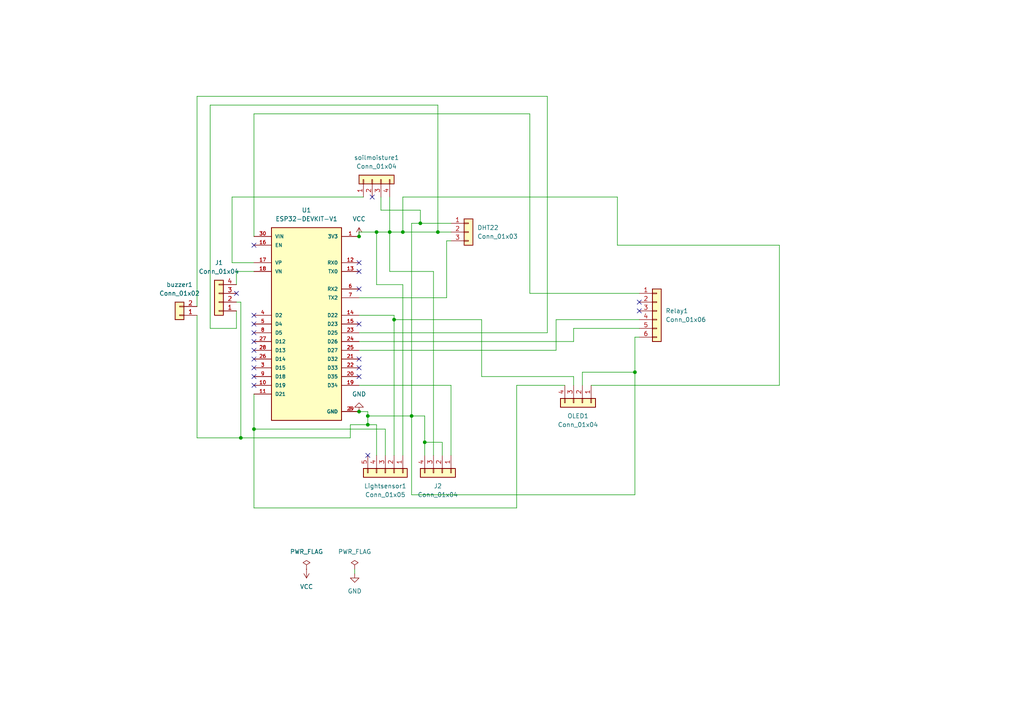
<source format=kicad_sch>
(kicad_sch
	(version 20250114)
	(generator "eeschema")
	(generator_version "9.0")
	(uuid "8765ab2f-58c9-40fa-8b65-fd0430819d06")
	(paper "A4")
	(lib_symbols
		(symbol "Conn_01x02_1"
			(pin_names
				(offset 1.016)
				(hide yes)
			)
			(exclude_from_sim no)
			(in_bom yes)
			(on_board yes)
			(property "Reference" "J"
				(at 0 2.54 0)
				(effects
					(font
						(size 1.27 1.27)
					)
				)
			)
			(property "Value" "Conn_01x02"
				(at 0 -5.08 0)
				(effects
					(font
						(size 1.27 1.27)
					)
				)
			)
			(property "Footprint" ""
				(at 0 0 0)
				(effects
					(font
						(size 1.27 1.27)
					)
					(hide yes)
				)
			)
			(property "Datasheet" "~"
				(at 0 0 0)
				(effects
					(font
						(size 1.27 1.27)
					)
					(hide yes)
				)
			)
			(property "Description" "Generic connector, single row, 01x02, script generated (kicad-library-utils/schlib/autogen/connector/)"
				(at 0 0 0)
				(effects
					(font
						(size 1.27 1.27)
					)
					(hide yes)
				)
			)
			(property "ki_keywords" "connector"
				(at 0 0 0)
				(effects
					(font
						(size 1.27 1.27)
					)
					(hide yes)
				)
			)
			(property "ki_fp_filters" "Connector*:*_1x??_*"
				(at 0 0 0)
				(effects
					(font
						(size 1.27 1.27)
					)
					(hide yes)
				)
			)
			(symbol "Conn_01x02_1_1_1"
				(rectangle
					(start -1.27 1.27)
					(end 1.27 -3.81)
					(stroke
						(width 0.254)
						(type default)
					)
					(fill
						(type background)
					)
				)
				(rectangle
					(start -1.27 0.127)
					(end 0 -0.127)
					(stroke
						(width 0.1524)
						(type default)
					)
					(fill
						(type none)
					)
				)
				(rectangle
					(start -1.27 -2.413)
					(end 0 -2.667)
					(stroke
						(width 0.1524)
						(type default)
					)
					(fill
						(type none)
					)
				)
				(pin passive line
					(at -5.08 0 0)
					(length 3.81)
					(name "Pin_1"
						(effects
							(font
								(size 1.27 1.27)
							)
						)
					)
					(number "1"
						(effects
							(font
								(size 1.27 1.27)
							)
						)
					)
				)
				(pin passive line
					(at -5.08 -2.54 0)
					(length 3.81)
					(name "Pin_2"
						(effects
							(font
								(size 1.27 1.27)
							)
						)
					)
					(number "2"
						(effects
							(font
								(size 1.27 1.27)
							)
						)
					)
				)
			)
			(embedded_fonts no)
		)
		(symbol "Conn_01x03_2"
			(pin_names
				(offset 1.016)
				(hide yes)
			)
			(exclude_from_sim no)
			(in_bom yes)
			(on_board yes)
			(property "Reference" "J"
				(at 0 5.08 0)
				(effects
					(font
						(size 1.27 1.27)
					)
				)
			)
			(property "Value" "Conn_01x03"
				(at 0 -5.08 0)
				(effects
					(font
						(size 1.27 1.27)
					)
				)
			)
			(property "Footprint" ""
				(at 0 0 0)
				(effects
					(font
						(size 1.27 1.27)
					)
					(hide yes)
				)
			)
			(property "Datasheet" "~"
				(at 0 0 0)
				(effects
					(font
						(size 1.27 1.27)
					)
					(hide yes)
				)
			)
			(property "Description" "Generic connector, single row, 01x03, script generated (kicad-library-utils/schlib/autogen/connector/)"
				(at 0 0 0)
				(effects
					(font
						(size 1.27 1.27)
					)
					(hide yes)
				)
			)
			(property "ki_keywords" "connector"
				(at 0 0 0)
				(effects
					(font
						(size 1.27 1.27)
					)
					(hide yes)
				)
			)
			(property "ki_fp_filters" "Connector*:*_1x??_*"
				(at 0 0 0)
				(effects
					(font
						(size 1.27 1.27)
					)
					(hide yes)
				)
			)
			(symbol "Conn_01x03_2_1_1"
				(rectangle
					(start -1.27 3.81)
					(end 1.27 -3.81)
					(stroke
						(width 0.254)
						(type default)
					)
					(fill
						(type background)
					)
				)
				(rectangle
					(start -1.27 2.667)
					(end 0 2.413)
					(stroke
						(width 0.1524)
						(type default)
					)
					(fill
						(type none)
					)
				)
				(rectangle
					(start -1.27 0.127)
					(end 0 -0.127)
					(stroke
						(width 0.1524)
						(type default)
					)
					(fill
						(type none)
					)
				)
				(rectangle
					(start -1.27 -2.413)
					(end 0 -2.667)
					(stroke
						(width 0.1524)
						(type default)
					)
					(fill
						(type none)
					)
				)
				(pin passive line
					(at -5.08 2.54 0)
					(length 3.81)
					(name "Pin_1"
						(effects
							(font
								(size 1.27 1.27)
							)
						)
					)
					(number "1"
						(effects
							(font
								(size 1.27 1.27)
							)
						)
					)
				)
				(pin passive line
					(at -5.08 0 0)
					(length 3.81)
					(name "Pin_2"
						(effects
							(font
								(size 1.27 1.27)
							)
						)
					)
					(number "2"
						(effects
							(font
								(size 1.27 1.27)
							)
						)
					)
				)
				(pin passive line
					(at -5.08 -2.54 0)
					(length 3.81)
					(name "Pin_3"
						(effects
							(font
								(size 1.27 1.27)
							)
						)
					)
					(number "3"
						(effects
							(font
								(size 1.27 1.27)
							)
						)
					)
				)
			)
			(embedded_fonts no)
		)
		(symbol "Conn_01x04_2"
			(pin_names
				(offset 1.016)
				(hide yes)
			)
			(exclude_from_sim no)
			(in_bom yes)
			(on_board yes)
			(property "Reference" "J"
				(at 0 5.08 0)
				(effects
					(font
						(size 1.27 1.27)
					)
				)
			)
			(property "Value" "Conn_01x04"
				(at 0 -7.62 0)
				(effects
					(font
						(size 1.27 1.27)
					)
				)
			)
			(property "Footprint" ""
				(at 0 0 0)
				(effects
					(font
						(size 1.27 1.27)
					)
					(hide yes)
				)
			)
			(property "Datasheet" "~"
				(at 0 0 0)
				(effects
					(font
						(size 1.27 1.27)
					)
					(hide yes)
				)
			)
			(property "Description" "Generic connector, single row, 01x04, script generated (kicad-library-utils/schlib/autogen/connector/)"
				(at 0 0 0)
				(effects
					(font
						(size 1.27 1.27)
					)
					(hide yes)
				)
			)
			(property "ki_keywords" "connector"
				(at 0 0 0)
				(effects
					(font
						(size 1.27 1.27)
					)
					(hide yes)
				)
			)
			(property "ki_fp_filters" "Connector*:*_1x??_*"
				(at 0 0 0)
				(effects
					(font
						(size 1.27 1.27)
					)
					(hide yes)
				)
			)
			(symbol "Conn_01x04_2_1_1"
				(rectangle
					(start -1.27 3.81)
					(end 1.27 -6.35)
					(stroke
						(width 0.254)
						(type default)
					)
					(fill
						(type background)
					)
				)
				(rectangle
					(start -1.27 2.667)
					(end 0 2.413)
					(stroke
						(width 0.1524)
						(type default)
					)
					(fill
						(type none)
					)
				)
				(rectangle
					(start -1.27 0.127)
					(end 0 -0.127)
					(stroke
						(width 0.1524)
						(type default)
					)
					(fill
						(type none)
					)
				)
				(rectangle
					(start -1.27 -2.413)
					(end 0 -2.667)
					(stroke
						(width 0.1524)
						(type default)
					)
					(fill
						(type none)
					)
				)
				(rectangle
					(start -1.27 -4.953)
					(end 0 -5.207)
					(stroke
						(width 0.1524)
						(type default)
					)
					(fill
						(type none)
					)
				)
				(pin passive line
					(at -5.08 2.54 0)
					(length 3.81)
					(name "Pin_1"
						(effects
							(font
								(size 1.27 1.27)
							)
						)
					)
					(number "1"
						(effects
							(font
								(size 1.27 1.27)
							)
						)
					)
				)
				(pin passive line
					(at -5.08 0 0)
					(length 3.81)
					(name "Pin_2"
						(effects
							(font
								(size 1.27 1.27)
							)
						)
					)
					(number "2"
						(effects
							(font
								(size 1.27 1.27)
							)
						)
					)
				)
				(pin passive line
					(at -5.08 -2.54 0)
					(length 3.81)
					(name "Pin_3"
						(effects
							(font
								(size 1.27 1.27)
							)
						)
					)
					(number "3"
						(effects
							(font
								(size 1.27 1.27)
							)
						)
					)
				)
				(pin passive line
					(at -5.08 -5.08 0)
					(length 3.81)
					(name "Pin_4"
						(effects
							(font
								(size 1.27 1.27)
							)
						)
					)
					(number "4"
						(effects
							(font
								(size 1.27 1.27)
							)
						)
					)
				)
			)
			(embedded_fonts no)
		)
		(symbol "Conn_01x05_1"
			(pin_names
				(offset 1.016)
				(hide yes)
			)
			(exclude_from_sim no)
			(in_bom yes)
			(on_board yes)
			(property "Reference" "J"
				(at 0 7.62 0)
				(effects
					(font
						(size 1.27 1.27)
					)
				)
			)
			(property "Value" "Conn_01x05"
				(at 0 -7.62 0)
				(effects
					(font
						(size 1.27 1.27)
					)
				)
			)
			(property "Footprint" ""
				(at 0 0 0)
				(effects
					(font
						(size 1.27 1.27)
					)
					(hide yes)
				)
			)
			(property "Datasheet" "~"
				(at 0 0 0)
				(effects
					(font
						(size 1.27 1.27)
					)
					(hide yes)
				)
			)
			(property "Description" "Generic connector, single row, 01x05, script generated (kicad-library-utils/schlib/autogen/connector/)"
				(at 0 0 0)
				(effects
					(font
						(size 1.27 1.27)
					)
					(hide yes)
				)
			)
			(property "ki_keywords" "connector"
				(at 0 0 0)
				(effects
					(font
						(size 1.27 1.27)
					)
					(hide yes)
				)
			)
			(property "ki_fp_filters" "Connector*:*_1x??_*"
				(at 0 0 0)
				(effects
					(font
						(size 1.27 1.27)
					)
					(hide yes)
				)
			)
			(symbol "Conn_01x05_1_1_1"
				(rectangle
					(start -1.27 6.35)
					(end 1.27 -6.35)
					(stroke
						(width 0.254)
						(type default)
					)
					(fill
						(type background)
					)
				)
				(rectangle
					(start -1.27 5.207)
					(end 0 4.953)
					(stroke
						(width 0.1524)
						(type default)
					)
					(fill
						(type none)
					)
				)
				(rectangle
					(start -1.27 2.667)
					(end 0 2.413)
					(stroke
						(width 0.1524)
						(type default)
					)
					(fill
						(type none)
					)
				)
				(rectangle
					(start -1.27 0.127)
					(end 0 -0.127)
					(stroke
						(width 0.1524)
						(type default)
					)
					(fill
						(type none)
					)
				)
				(rectangle
					(start -1.27 -2.413)
					(end 0 -2.667)
					(stroke
						(width 0.1524)
						(type default)
					)
					(fill
						(type none)
					)
				)
				(rectangle
					(start -1.27 -4.953)
					(end 0 -5.207)
					(stroke
						(width 0.1524)
						(type default)
					)
					(fill
						(type none)
					)
				)
				(pin passive line
					(at -5.08 5.08 0)
					(length 3.81)
					(name "Pin_1"
						(effects
							(font
								(size 1.27 1.27)
							)
						)
					)
					(number "1"
						(effects
							(font
								(size 1.27 1.27)
							)
						)
					)
				)
				(pin passive line
					(at -5.08 2.54 0)
					(length 3.81)
					(name "Pin_2"
						(effects
							(font
								(size 1.27 1.27)
							)
						)
					)
					(number "2"
						(effects
							(font
								(size 1.27 1.27)
							)
						)
					)
				)
				(pin passive line
					(at -5.08 0 0)
					(length 3.81)
					(name "Pin_3"
						(effects
							(font
								(size 1.27 1.27)
							)
						)
					)
					(number "3"
						(effects
							(font
								(size 1.27 1.27)
							)
						)
					)
				)
				(pin passive line
					(at -5.08 -2.54 0)
					(length 3.81)
					(name "Pin_4"
						(effects
							(font
								(size 1.27 1.27)
							)
						)
					)
					(number "4"
						(effects
							(font
								(size 1.27 1.27)
							)
						)
					)
				)
				(pin passive line
					(at -5.08 -5.08 0)
					(length 3.81)
					(name "Pin_5"
						(effects
							(font
								(size 1.27 1.27)
							)
						)
					)
					(number "5"
						(effects
							(font
								(size 1.27 1.27)
							)
						)
					)
				)
			)
			(embedded_fonts no)
		)
		(symbol "Conn_01x06_1"
			(pin_names
				(offset 1.016)
				(hide yes)
			)
			(exclude_from_sim no)
			(in_bom yes)
			(on_board yes)
			(property "Reference" "J"
				(at 0 7.62 0)
				(effects
					(font
						(size 1.27 1.27)
					)
				)
			)
			(property "Value" "Conn_01x06"
				(at 0 -10.16 0)
				(effects
					(font
						(size 1.27 1.27)
					)
				)
			)
			(property "Footprint" ""
				(at 0 0 0)
				(effects
					(font
						(size 1.27 1.27)
					)
					(hide yes)
				)
			)
			(property "Datasheet" "~"
				(at 0 0 0)
				(effects
					(font
						(size 1.27 1.27)
					)
					(hide yes)
				)
			)
			(property "Description" "Generic connector, single row, 01x06, script generated (kicad-library-utils/schlib/autogen/connector/)"
				(at 0 0 0)
				(effects
					(font
						(size 1.27 1.27)
					)
					(hide yes)
				)
			)
			(property "ki_keywords" "connector"
				(at 0 0 0)
				(effects
					(font
						(size 1.27 1.27)
					)
					(hide yes)
				)
			)
			(property "ki_fp_filters" "Connector*:*_1x??_*"
				(at 0 0 0)
				(effects
					(font
						(size 1.27 1.27)
					)
					(hide yes)
				)
			)
			(symbol "Conn_01x06_1_1_1"
				(rectangle
					(start -1.27 6.35)
					(end 1.27 -8.89)
					(stroke
						(width 0.254)
						(type default)
					)
					(fill
						(type background)
					)
				)
				(rectangle
					(start -1.27 5.207)
					(end 0 4.953)
					(stroke
						(width 0.1524)
						(type default)
					)
					(fill
						(type none)
					)
				)
				(rectangle
					(start -1.27 2.667)
					(end 0 2.413)
					(stroke
						(width 0.1524)
						(type default)
					)
					(fill
						(type none)
					)
				)
				(rectangle
					(start -1.27 0.127)
					(end 0 -0.127)
					(stroke
						(width 0.1524)
						(type default)
					)
					(fill
						(type none)
					)
				)
				(rectangle
					(start -1.27 -2.413)
					(end 0 -2.667)
					(stroke
						(width 0.1524)
						(type default)
					)
					(fill
						(type none)
					)
				)
				(rectangle
					(start -1.27 -4.953)
					(end 0 -5.207)
					(stroke
						(width 0.1524)
						(type default)
					)
					(fill
						(type none)
					)
				)
				(rectangle
					(start -1.27 -7.493)
					(end 0 -7.747)
					(stroke
						(width 0.1524)
						(type default)
					)
					(fill
						(type none)
					)
				)
				(pin passive line
					(at -5.08 5.08 0)
					(length 3.81)
					(name "Pin_1"
						(effects
							(font
								(size 1.27 1.27)
							)
						)
					)
					(number "1"
						(effects
							(font
								(size 1.27 1.27)
							)
						)
					)
				)
				(pin passive line
					(at -5.08 2.54 0)
					(length 3.81)
					(name "Pin_2"
						(effects
							(font
								(size 1.27 1.27)
							)
						)
					)
					(number "2"
						(effects
							(font
								(size 1.27 1.27)
							)
						)
					)
				)
				(pin passive line
					(at -5.08 0 0)
					(length 3.81)
					(name "Pin_3"
						(effects
							(font
								(size 1.27 1.27)
							)
						)
					)
					(number "3"
						(effects
							(font
								(size 1.27 1.27)
							)
						)
					)
				)
				(pin passive line
					(at -5.08 -2.54 0)
					(length 3.81)
					(name "Pin_4"
						(effects
							(font
								(size 1.27 1.27)
							)
						)
					)
					(number "4"
						(effects
							(font
								(size 1.27 1.27)
							)
						)
					)
				)
				(pin passive line
					(at -5.08 -5.08 0)
					(length 3.81)
					(name "Pin_5"
						(effects
							(font
								(size 1.27 1.27)
							)
						)
					)
					(number "5"
						(effects
							(font
								(size 1.27 1.27)
							)
						)
					)
				)
				(pin passive line
					(at -5.08 -7.62 0)
					(length 3.81)
					(name "Pin_6"
						(effects
							(font
								(size 1.27 1.27)
							)
						)
					)
					(number "6"
						(effects
							(font
								(size 1.27 1.27)
							)
						)
					)
				)
			)
			(embedded_fonts no)
		)
		(symbol "Connector_Generic:Conn_01x04"
			(pin_names
				(offset 1.016)
				(hide yes)
			)
			(exclude_from_sim no)
			(in_bom yes)
			(on_board yes)
			(property "Reference" "J"
				(at 0 5.08 0)
				(effects
					(font
						(size 1.27 1.27)
					)
				)
			)
			(property "Value" "Conn_01x04"
				(at 0 -7.62 0)
				(effects
					(font
						(size 1.27 1.27)
					)
				)
			)
			(property "Footprint" ""
				(at 0 0 0)
				(effects
					(font
						(size 1.27 1.27)
					)
					(hide yes)
				)
			)
			(property "Datasheet" "~"
				(at 0 0 0)
				(effects
					(font
						(size 1.27 1.27)
					)
					(hide yes)
				)
			)
			(property "Description" "Generic connector, single row, 01x04, script generated (kicad-library-utils/schlib/autogen/connector/)"
				(at 0 0 0)
				(effects
					(font
						(size 1.27 1.27)
					)
					(hide yes)
				)
			)
			(property "ki_keywords" "connector"
				(at 0 0 0)
				(effects
					(font
						(size 1.27 1.27)
					)
					(hide yes)
				)
			)
			(property "ki_fp_filters" "Connector*:*_1x??_*"
				(at 0 0 0)
				(effects
					(font
						(size 1.27 1.27)
					)
					(hide yes)
				)
			)
			(symbol "Conn_01x04_1_1"
				(rectangle
					(start -1.27 3.81)
					(end 1.27 -6.35)
					(stroke
						(width 0.254)
						(type default)
					)
					(fill
						(type background)
					)
				)
				(rectangle
					(start -1.27 2.667)
					(end 0 2.413)
					(stroke
						(width 0.1524)
						(type default)
					)
					(fill
						(type none)
					)
				)
				(rectangle
					(start -1.27 0.127)
					(end 0 -0.127)
					(stroke
						(width 0.1524)
						(type default)
					)
					(fill
						(type none)
					)
				)
				(rectangle
					(start -1.27 -2.413)
					(end 0 -2.667)
					(stroke
						(width 0.1524)
						(type default)
					)
					(fill
						(type none)
					)
				)
				(rectangle
					(start -1.27 -4.953)
					(end 0 -5.207)
					(stroke
						(width 0.1524)
						(type default)
					)
					(fill
						(type none)
					)
				)
				(pin passive line
					(at -5.08 2.54 0)
					(length 3.81)
					(name "Pin_1"
						(effects
							(font
								(size 1.27 1.27)
							)
						)
					)
					(number "1"
						(effects
							(font
								(size 1.27 1.27)
							)
						)
					)
				)
				(pin passive line
					(at -5.08 0 0)
					(length 3.81)
					(name "Pin_2"
						(effects
							(font
								(size 1.27 1.27)
							)
						)
					)
					(number "2"
						(effects
							(font
								(size 1.27 1.27)
							)
						)
					)
				)
				(pin passive line
					(at -5.08 -2.54 0)
					(length 3.81)
					(name "Pin_3"
						(effects
							(font
								(size 1.27 1.27)
							)
						)
					)
					(number "3"
						(effects
							(font
								(size 1.27 1.27)
							)
						)
					)
				)
				(pin passive line
					(at -5.08 -5.08 0)
					(length 3.81)
					(name "Pin_4"
						(effects
							(font
								(size 1.27 1.27)
							)
						)
					)
					(number "4"
						(effects
							(font
								(size 1.27 1.27)
							)
						)
					)
				)
			)
			(embedded_fonts no)
		)
		(symbol "ESP32-DEVKIT-V1:ESP32-DEVKIT-V1"
			(pin_names
				(offset 1.016)
			)
			(exclude_from_sim no)
			(in_bom yes)
			(on_board yes)
			(property "Reference" "U1"
				(at 0 33.02 0)
				(effects
					(font
						(size 1.27 1.27)
					)
				)
			)
			(property "Value" "ESP32-DEVKIT-V1"
				(at 0 30.48 0)
				(effects
					(font
						(size 1.27 1.27)
					)
				)
			)
			(property "Footprint" "ESP32-DEVKIT-V1:MODULE_ESP32_DEVKIT_V1"
				(at 0 0 0)
				(effects
					(font
						(size 1.27 1.27)
					)
					(justify bottom)
					(hide yes)
				)
			)
			(property "Datasheet" ""
				(at 0 0 0)
				(effects
					(font
						(size 1.27 1.27)
					)
					(hide yes)
				)
			)
			(property "Description" ""
				(at 0 0 0)
				(effects
					(font
						(size 1.27 1.27)
					)
					(hide yes)
				)
			)
			(property "MF" "Do it"
				(at 0 0 0)
				(effects
					(font
						(size 1.27 1.27)
					)
					(justify bottom)
					(hide yes)
				)
			)
			(property "MAXIMUM_PACKAGE_HEIGHT" "6.8 mm"
				(at 0 0 0)
				(effects
					(font
						(size 1.27 1.27)
					)
					(justify bottom)
					(hide yes)
				)
			)
			(property "Package" "None"
				(at 0 0 0)
				(effects
					(font
						(size 1.27 1.27)
					)
					(justify bottom)
					(hide yes)
				)
			)
			(property "Price" "None"
				(at 0 0 0)
				(effects
					(font
						(size 1.27 1.27)
					)
					(justify bottom)
					(hide yes)
				)
			)
			(property "Check_prices" "https://www.snapeda.com/parts/ESP32-DEVKIT-V1/Do+it/view-part/?ref=eda"
				(at 0 0 0)
				(effects
					(font
						(size 1.27 1.27)
					)
					(justify bottom)
					(hide yes)
				)
			)
			(property "STANDARD" "Manufacturer Recommendations"
				(at 0 0 0)
				(effects
					(font
						(size 1.27 1.27)
					)
					(justify bottom)
					(hide yes)
				)
			)
			(property "PARTREV" "N/A"
				(at 0 0 0)
				(effects
					(font
						(size 1.27 1.27)
					)
					(justify bottom)
					(hide yes)
				)
			)
			(property "SnapEDA_Link" "https://www.snapeda.com/parts/ESP32-DEVKIT-V1/Do+it/view-part/?ref=snap"
				(at 0 0 0)
				(effects
					(font
						(size 1.27 1.27)
					)
					(justify bottom)
					(hide yes)
				)
			)
			(property "MP" "ESP32-DEVKIT-V1"
				(at 0 0 0)
				(effects
					(font
						(size 1.27 1.27)
					)
					(justify bottom)
					(hide yes)
				)
			)
			(property "Description_1" "Dual core, Wi-Fi: 2.4 GHz up to 150 Mbits/s,BLE (Bluetooth Low Energy) and legacy Bluetooth, 32 bits, Up to 240 MHz"
				(at 0 0 0)
				(effects
					(font
						(size 1.27 1.27)
					)
					(justify bottom)
					(hide yes)
				)
			)
			(property "Availability" "Not in stock"
				(at 0 0 0)
				(effects
					(font
						(size 1.27 1.27)
					)
					(justify bottom)
					(hide yes)
				)
			)
			(property "MANUFACTURER" "DOIT"
				(at 0 0 0)
				(effects
					(font
						(size 1.27 1.27)
					)
					(justify bottom)
					(hide yes)
				)
			)
			(symbol "ESP32-DEVKIT-V1_0_0"
				(rectangle
					(start -10.16 -27.94)
					(end 10.16 27.94)
					(stroke
						(width 0.254)
						(type default)
					)
					(fill
						(type background)
					)
				)
				(pin input line
					(at -15.24 25.4 0)
					(length 5.08)
					(name "VIN"
						(effects
							(font
								(size 1.016 1.016)
							)
						)
					)
					(number "30"
						(effects
							(font
								(size 1.016 1.016)
							)
						)
					)
				)
				(pin input line
					(at -15.24 22.86 0)
					(length 5.08)
					(name "EN"
						(effects
							(font
								(size 1.016 1.016)
							)
						)
					)
					(number "16"
						(effects
							(font
								(size 1.016 1.016)
							)
						)
					)
				)
				(pin bidirectional line
					(at -15.24 17.78 0)
					(length 5.08)
					(name "VP"
						(effects
							(font
								(size 1.016 1.016)
							)
						)
					)
					(number "17"
						(effects
							(font
								(size 1.016 1.016)
							)
						)
					)
				)
				(pin bidirectional line
					(at -15.24 15.24 0)
					(length 5.08)
					(name "VN"
						(effects
							(font
								(size 1.016 1.016)
							)
						)
					)
					(number "18"
						(effects
							(font
								(size 1.016 1.016)
							)
						)
					)
				)
				(pin bidirectional line
					(at -15.24 2.54 0)
					(length 5.08)
					(name "D2"
						(effects
							(font
								(size 1.016 1.016)
							)
						)
					)
					(number "4"
						(effects
							(font
								(size 1.016 1.016)
							)
						)
					)
				)
				(pin bidirectional line
					(at -15.24 0 0)
					(length 5.08)
					(name "D4"
						(effects
							(font
								(size 1.016 1.016)
							)
						)
					)
					(number "5"
						(effects
							(font
								(size 1.016 1.016)
							)
						)
					)
				)
				(pin bidirectional line
					(at -15.24 -2.54 0)
					(length 5.08)
					(name "D5"
						(effects
							(font
								(size 1.016 1.016)
							)
						)
					)
					(number "8"
						(effects
							(font
								(size 1.016 1.016)
							)
						)
					)
				)
				(pin bidirectional line
					(at -15.24 -5.08 0)
					(length 5.08)
					(name "D12"
						(effects
							(font
								(size 1.016 1.016)
							)
						)
					)
					(number "27"
						(effects
							(font
								(size 1.016 1.016)
							)
						)
					)
				)
				(pin bidirectional line
					(at -15.24 -7.62 0)
					(length 5.08)
					(name "D13"
						(effects
							(font
								(size 1.016 1.016)
							)
						)
					)
					(number "28"
						(effects
							(font
								(size 1.016 1.016)
							)
						)
					)
				)
				(pin bidirectional line
					(at -15.24 -10.16 0)
					(length 5.08)
					(name "D14"
						(effects
							(font
								(size 1.016 1.016)
							)
						)
					)
					(number "26"
						(effects
							(font
								(size 1.016 1.016)
							)
						)
					)
				)
				(pin bidirectional line
					(at -15.24 -12.7 0)
					(length 5.08)
					(name "D15"
						(effects
							(font
								(size 1.016 1.016)
							)
						)
					)
					(number "3"
						(effects
							(font
								(size 1.016 1.016)
							)
						)
					)
				)
				(pin bidirectional line
					(at -15.24 -15.24 0)
					(length 5.08)
					(name "D18"
						(effects
							(font
								(size 1.016 1.016)
							)
						)
					)
					(number "9"
						(effects
							(font
								(size 1.016 1.016)
							)
						)
					)
				)
				(pin bidirectional line
					(at -15.24 -17.78 0)
					(length 5.08)
					(name "D19"
						(effects
							(font
								(size 1.016 1.016)
							)
						)
					)
					(number "10"
						(effects
							(font
								(size 1.016 1.016)
							)
						)
					)
				)
				(pin bidirectional line
					(at -15.24 -20.32 0)
					(length 5.08)
					(name "D21"
						(effects
							(font
								(size 1.016 1.016)
							)
						)
					)
					(number "11"
						(effects
							(font
								(size 1.016 1.016)
							)
						)
					)
				)
				(pin input line
					(at 15.24 17.78 180)
					(length 5.08)
					(name "RX0"
						(effects
							(font
								(size 1.016 1.016)
							)
						)
					)
					(number "12"
						(effects
							(font
								(size 1.016 1.016)
							)
						)
					)
				)
				(pin output line
					(at 15.24 15.24 180)
					(length 5.08)
					(name "TX0"
						(effects
							(font
								(size 1.016 1.016)
							)
						)
					)
					(number "13"
						(effects
							(font
								(size 1.016 1.016)
							)
						)
					)
				)
				(pin input line
					(at 15.24 10.16 180)
					(length 5.08)
					(name "RX2"
						(effects
							(font
								(size 1.016 1.016)
							)
						)
					)
					(number "6"
						(effects
							(font
								(size 1.016 1.016)
							)
						)
					)
				)
				(pin output line
					(at 15.24 7.62 180)
					(length 5.08)
					(name "TX2"
						(effects
							(font
								(size 1.016 1.016)
							)
						)
					)
					(number "7"
						(effects
							(font
								(size 1.016 1.016)
							)
						)
					)
				)
				(pin bidirectional line
					(at 15.24 2.54 180)
					(length 5.08)
					(name "D22"
						(effects
							(font
								(size 1.016 1.016)
							)
						)
					)
					(number "14"
						(effects
							(font
								(size 1.016 1.016)
							)
						)
					)
				)
				(pin bidirectional line
					(at 15.24 0 180)
					(length 5.08)
					(name "D23"
						(effects
							(font
								(size 1.016 1.016)
							)
						)
					)
					(number "15"
						(effects
							(font
								(size 1.016 1.016)
							)
						)
					)
				)
				(pin bidirectional line
					(at 15.24 -2.54 180)
					(length 5.08)
					(name "D25"
						(effects
							(font
								(size 1.016 1.016)
							)
						)
					)
					(number "23"
						(effects
							(font
								(size 1.016 1.016)
							)
						)
					)
				)
				(pin bidirectional line
					(at 15.24 -5.08 180)
					(length 5.08)
					(name "D26"
						(effects
							(font
								(size 1.016 1.016)
							)
						)
					)
					(number "24"
						(effects
							(font
								(size 1.016 1.016)
							)
						)
					)
				)
				(pin bidirectional line
					(at 15.24 -7.62 180)
					(length 5.08)
					(name "D27"
						(effects
							(font
								(size 1.016 1.016)
							)
						)
					)
					(number "25"
						(effects
							(font
								(size 1.016 1.016)
							)
						)
					)
				)
				(pin bidirectional line
					(at 15.24 -10.16 180)
					(length 5.08)
					(name "D32"
						(effects
							(font
								(size 1.016 1.016)
							)
						)
					)
					(number "21"
						(effects
							(font
								(size 1.016 1.016)
							)
						)
					)
				)
				(pin bidirectional line
					(at 15.24 -12.7 180)
					(length 5.08)
					(name "D33"
						(effects
							(font
								(size 1.016 1.016)
							)
						)
					)
					(number "22"
						(effects
							(font
								(size 1.016 1.016)
							)
						)
					)
				)
				(pin bidirectional line
					(at 15.24 -15.24 180)
					(length 5.08)
					(name "D35"
						(effects
							(font
								(size 1.016 1.016)
							)
						)
					)
					(number "20"
						(effects
							(font
								(size 1.016 1.016)
							)
						)
					)
				)
				(pin bidirectional line
					(at 15.24 -17.78 180)
					(length 5.08)
					(name "D34"
						(effects
							(font
								(size 1.016 1.016)
							)
						)
					)
					(number "19"
						(effects
							(font
								(size 1.016 1.016)
							)
						)
					)
				)
				(pin power_in line
					(at 15.24 -25.4 180)
					(length 5.08)
					(name "GND"
						(effects
							(font
								(size 1.016 1.016)
							)
						)
					)
					(number "2"
						(effects
							(font
								(size 1.016 1.016)
							)
						)
					)
				)
				(pin power_in line
					(at 15.24 -25.4 180)
					(length 5.08)
					(name "GND"
						(effects
							(font
								(size 1.016 1.016)
							)
						)
					)
					(number "29"
						(effects
							(font
								(size 1.016 1.016)
							)
						)
					)
				)
			)
			(symbol "ESP32-DEVKIT-V1_1_0"
				(pin passive line
					(at 15.24 25.4 180)
					(length 5.08)
					(name "3V3"
						(effects
							(font
								(size 1.016 1.016)
							)
						)
					)
					(number "1"
						(effects
							(font
								(size 1.016 1.016)
							)
						)
					)
				)
			)
			(embedded_fonts no)
		)
		(symbol "power:GND"
			(power)
			(pin_numbers
				(hide yes)
			)
			(pin_names
				(offset 0)
				(hide yes)
			)
			(exclude_from_sim no)
			(in_bom yes)
			(on_board yes)
			(property "Reference" "#PWR"
				(at 0 -6.35 0)
				(effects
					(font
						(size 1.27 1.27)
					)
					(hide yes)
				)
			)
			(property "Value" "GND"
				(at 0 -3.81 0)
				(effects
					(font
						(size 1.27 1.27)
					)
				)
			)
			(property "Footprint" ""
				(at 0 0 0)
				(effects
					(font
						(size 1.27 1.27)
					)
					(hide yes)
				)
			)
			(property "Datasheet" ""
				(at 0 0 0)
				(effects
					(font
						(size 1.27 1.27)
					)
					(hide yes)
				)
			)
			(property "Description" "Power symbol creates a global label with name \"GND\" , ground"
				(at 0 0 0)
				(effects
					(font
						(size 1.27 1.27)
					)
					(hide yes)
				)
			)
			(property "ki_keywords" "global power"
				(at 0 0 0)
				(effects
					(font
						(size 1.27 1.27)
					)
					(hide yes)
				)
			)
			(symbol "GND_0_1"
				(polyline
					(pts
						(xy 0 0) (xy 0 -1.27) (xy 1.27 -1.27) (xy 0 -2.54) (xy -1.27 -1.27) (xy 0 -1.27)
					)
					(stroke
						(width 0)
						(type default)
					)
					(fill
						(type none)
					)
				)
			)
			(symbol "GND_1_1"
				(pin power_in line
					(at 0 0 270)
					(length 0)
					(name "~"
						(effects
							(font
								(size 1.27 1.27)
							)
						)
					)
					(number "1"
						(effects
							(font
								(size 1.27 1.27)
							)
						)
					)
				)
			)
			(embedded_fonts no)
		)
		(symbol "power:PWR_FLAG"
			(power)
			(pin_numbers
				(hide yes)
			)
			(pin_names
				(offset 0)
				(hide yes)
			)
			(exclude_from_sim no)
			(in_bom yes)
			(on_board yes)
			(property "Reference" "#FLG"
				(at 0 1.905 0)
				(effects
					(font
						(size 1.27 1.27)
					)
					(hide yes)
				)
			)
			(property "Value" "PWR_FLAG"
				(at 0 3.81 0)
				(effects
					(font
						(size 1.27 1.27)
					)
				)
			)
			(property "Footprint" ""
				(at 0 0 0)
				(effects
					(font
						(size 1.27 1.27)
					)
					(hide yes)
				)
			)
			(property "Datasheet" "~"
				(at 0 0 0)
				(effects
					(font
						(size 1.27 1.27)
					)
					(hide yes)
				)
			)
			(property "Description" "Special symbol for telling ERC where power comes from"
				(at 0 0 0)
				(effects
					(font
						(size 1.27 1.27)
					)
					(hide yes)
				)
			)
			(property "ki_keywords" "flag power"
				(at 0 0 0)
				(effects
					(font
						(size 1.27 1.27)
					)
					(hide yes)
				)
			)
			(symbol "PWR_FLAG_0_0"
				(pin power_out line
					(at 0 0 90)
					(length 0)
					(name "~"
						(effects
							(font
								(size 1.27 1.27)
							)
						)
					)
					(number "1"
						(effects
							(font
								(size 1.27 1.27)
							)
						)
					)
				)
			)
			(symbol "PWR_FLAG_0_1"
				(polyline
					(pts
						(xy 0 0) (xy 0 1.27) (xy -1.016 1.905) (xy 0 2.54) (xy 1.016 1.905) (xy 0 1.27)
					)
					(stroke
						(width 0)
						(type default)
					)
					(fill
						(type none)
					)
				)
			)
			(embedded_fonts no)
		)
		(symbol "power:VCC"
			(power)
			(pin_numbers
				(hide yes)
			)
			(pin_names
				(offset 0)
				(hide yes)
			)
			(exclude_from_sim no)
			(in_bom yes)
			(on_board yes)
			(property "Reference" "#PWR"
				(at 0 -3.81 0)
				(effects
					(font
						(size 1.27 1.27)
					)
					(hide yes)
				)
			)
			(property "Value" "VCC"
				(at 0 3.556 0)
				(effects
					(font
						(size 1.27 1.27)
					)
				)
			)
			(property "Footprint" ""
				(at 0 0 0)
				(effects
					(font
						(size 1.27 1.27)
					)
					(hide yes)
				)
			)
			(property "Datasheet" ""
				(at 0 0 0)
				(effects
					(font
						(size 1.27 1.27)
					)
					(hide yes)
				)
			)
			(property "Description" "Power symbol creates a global label with name \"VCC\""
				(at 0 0 0)
				(effects
					(font
						(size 1.27 1.27)
					)
					(hide yes)
				)
			)
			(property "ki_keywords" "global power"
				(at 0 0 0)
				(effects
					(font
						(size 1.27 1.27)
					)
					(hide yes)
				)
			)
			(symbol "VCC_0_1"
				(polyline
					(pts
						(xy -0.762 1.27) (xy 0 2.54)
					)
					(stroke
						(width 0)
						(type default)
					)
					(fill
						(type none)
					)
				)
				(polyline
					(pts
						(xy 0 2.54) (xy 0.762 1.27)
					)
					(stroke
						(width 0)
						(type default)
					)
					(fill
						(type none)
					)
				)
				(polyline
					(pts
						(xy 0 0) (xy 0 2.54)
					)
					(stroke
						(width 0)
						(type default)
					)
					(fill
						(type none)
					)
				)
			)
			(symbol "VCC_1_1"
				(pin power_in line
					(at 0 0 90)
					(length 0)
					(name "~"
						(effects
							(font
								(size 1.27 1.27)
							)
						)
					)
					(number "1"
						(effects
							(font
								(size 1.27 1.27)
							)
						)
					)
				)
			)
			(embedded_fonts no)
		)
	)
	(junction
		(at 109.22 67.31)
		(diameter 0)
		(color 0 0 0 0)
		(uuid "1532f3b3-4ba2-4b52-a4f8-5bf1cfbe37fa")
	)
	(junction
		(at 73.66 124.46)
		(diameter 0)
		(color 0 0 0 0)
		(uuid "19c5913f-02bb-4952-94a0-5c08270d5e0c")
	)
	(junction
		(at 119.38 120.65)
		(diameter 0)
		(color 0 0 0 0)
		(uuid "2dbbafbf-5e65-4a9b-bb26-0729e1ea9b64")
	)
	(junction
		(at 104.14 119.38)
		(diameter 0)
		(color 0 0 0 0)
		(uuid "68acb7fb-6826-4f86-9b75-8940804d09f0")
	)
	(junction
		(at 123.19 128.27)
		(diameter 0)
		(color 0 0 0 0)
		(uuid "6daeaf2c-10c4-4675-841e-1c98d97749b4")
	)
	(junction
		(at 127 67.31)
		(diameter 0)
		(color 0 0 0 0)
		(uuid "6f4e87f4-afa8-4b28-84ff-2ae8d5ea5e44")
	)
	(junction
		(at 116.84 67.31)
		(diameter 0)
		(color 0 0 0 0)
		(uuid "7446adbf-8af8-4e69-b89c-c552a3c97cd5")
	)
	(junction
		(at 114.3 92.71)
		(diameter 0)
		(color 0 0 0 0)
		(uuid "761112bd-3bbe-4928-ab10-ebcfb28345df")
	)
	(junction
		(at 184.15 107.95)
		(diameter 0)
		(color 0 0 0 0)
		(uuid "8ae2c6dc-a5dc-4dfb-b828-2366cd5b2870")
	)
	(junction
		(at 121.92 64.77)
		(diameter 0)
		(color 0 0 0 0)
		(uuid "914b9688-13d7-44f5-a7d1-1d8417096ee0")
	)
	(junction
		(at 113.03 67.31)
		(diameter 0)
		(color 0 0 0 0)
		(uuid "bc22dc50-10ce-4f55-901f-f63231bbce55")
	)
	(junction
		(at 104.14 68.58)
		(diameter 0)
		(color 0 0 0 0)
		(uuid "bf14c731-9c95-4095-8688-11ff810c71ba")
	)
	(junction
		(at 69.85 127)
		(diameter 0)
		(color 0 0 0 0)
		(uuid "c39eba26-35ff-47f9-b3f1-983ac2148673")
	)
	(junction
		(at 106.68 120.65)
		(diameter 0)
		(color 0 0 0 0)
		(uuid "f34c9f99-3866-4e27-a2ed-c435225774e6")
	)
	(junction
		(at 106.68 123.19)
		(diameter 0)
		(color 0 0 0 0)
		(uuid "fbe97765-e078-43d2-b615-94e448c15785")
	)
	(no_connect
		(at 185.42 90.17)
		(uuid "05b3b604-96e3-4be6-bed2-d32499b32a41")
	)
	(no_connect
		(at 107.95 57.15)
		(uuid "296e8284-192c-47eb-80c0-9b6a09ee273a")
	)
	(no_connect
		(at 73.66 106.68)
		(uuid "2bd9b4d8-cf06-41cf-af8b-8d307e44c4b7")
	)
	(no_connect
		(at 104.14 93.98)
		(uuid "34082337-c1eb-4024-9948-00050b751bc1")
	)
	(no_connect
		(at 73.66 91.44)
		(uuid "349a9da3-0912-4ca8-aeee-17640f80094d")
	)
	(no_connect
		(at 73.66 109.22)
		(uuid "38ac1246-ce7e-473f-9423-6c21971cb902")
	)
	(no_connect
		(at 104.14 106.68)
		(uuid "3a5a2da8-db34-4cd5-9d53-544f0acaf7d1")
	)
	(no_connect
		(at 73.66 101.6)
		(uuid "4be2ff2e-eb83-4a93-b027-7985468d6d75")
	)
	(no_connect
		(at 104.14 76.2)
		(uuid "5527d4e1-7608-4c89-ad61-40b9459da9ee")
	)
	(no_connect
		(at 104.14 109.22)
		(uuid "6214e54f-e091-4402-8c31-1988f9c016c6")
	)
	(no_connect
		(at 104.14 83.82)
		(uuid "6e405b79-4790-4824-84c8-89e870a01e28")
	)
	(no_connect
		(at 68.58 85.09)
		(uuid "75373c5f-6b79-40bf-8935-89f7d08c30eb")
	)
	(no_connect
		(at 104.14 104.14)
		(uuid "892d3b46-86bb-4256-859b-ef32fa05432d")
	)
	(no_connect
		(at 73.66 96.52)
		(uuid "8df0251d-20e5-4964-b55b-91ff0632acde")
	)
	(no_connect
		(at 73.66 111.76)
		(uuid "9b4905a1-661f-4b63-9577-ae79b5c280b7")
	)
	(no_connect
		(at 106.68 132.08)
		(uuid "a87e4c36-3812-4883-8684-57f3168a3130")
	)
	(no_connect
		(at 185.42 87.63)
		(uuid "ad2dc137-6c59-437f-b570-7f591ff85a08")
	)
	(no_connect
		(at 73.66 93.98)
		(uuid "b84882c3-f5b6-4f39-a3ed-3da15a4a415e")
	)
	(no_connect
		(at 73.66 104.14)
		(uuid "c82b6593-cf5e-4111-937d-7447b7312faf")
	)
	(no_connect
		(at 73.66 71.12)
		(uuid "e9ce2861-e5ba-4e40-abcb-a64f31af39e8")
	)
	(no_connect
		(at 104.14 78.74)
		(uuid "f9f3cd47-303d-4a2a-a8c4-1a34b5fbcebb")
	)
	(no_connect
		(at 73.66 99.06)
		(uuid "fc33f947-dbc8-4cf9-aada-f2e87b068b6e")
	)
	(wire
		(pts
			(xy 68.58 78.74) (xy 73.66 78.74)
		)
		(stroke
			(width 0)
			(type default)
		)
		(uuid "027653b7-e468-4ec4-8868-11f0aa03bd8a")
	)
	(wire
		(pts
			(xy 57.15 91.44) (xy 57.15 127)
		)
		(stroke
			(width 0)
			(type default)
		)
		(uuid "0752e55c-c8f7-4837-b5f3-113b3eb65cb0")
	)
	(wire
		(pts
			(xy 226.06 111.76) (xy 226.06 71.12)
		)
		(stroke
			(width 0)
			(type default)
		)
		(uuid "0d61be58-6140-482f-ae76-a4ff84bb03b8")
	)
	(wire
		(pts
			(xy 166.37 111.76) (xy 166.37 109.22)
		)
		(stroke
			(width 0)
			(type default)
		)
		(uuid "0e41838b-c674-473b-b476-e29653448122")
	)
	(wire
		(pts
			(xy 128.27 128.27) (xy 123.19 128.27)
		)
		(stroke
			(width 0)
			(type default)
		)
		(uuid "0fb05c5c-5a1e-4154-8435-d9de84162b4e")
	)
	(wire
		(pts
			(xy 101.6 123.19) (xy 106.68 123.19)
		)
		(stroke
			(width 0)
			(type default)
		)
		(uuid "10195146-e993-4924-94c7-7aa7d6bd7fc7")
	)
	(wire
		(pts
			(xy 73.66 124.46) (xy 73.66 114.3)
		)
		(stroke
			(width 0)
			(type default)
		)
		(uuid "1085e9ab-b4b4-490a-a006-702d694e0c47")
	)
	(wire
		(pts
			(xy 60.96 30.48) (xy 127 30.48)
		)
		(stroke
			(width 0)
			(type default)
		)
		(uuid "11804132-8b20-4ee6-abcc-67519e40b74b")
	)
	(wire
		(pts
			(xy 116.84 57.15) (xy 116.84 67.31)
		)
		(stroke
			(width 0)
			(type default)
		)
		(uuid "131d082c-57f0-4b02-953e-37af3735ba12")
	)
	(wire
		(pts
			(xy 168.91 107.95) (xy 184.15 107.95)
		)
		(stroke
			(width 0)
			(type default)
		)
		(uuid "1524990d-94a4-4abf-8b0c-a72e4a879d1e")
	)
	(wire
		(pts
			(xy 101.6 127) (xy 101.6 123.19)
		)
		(stroke
			(width 0)
			(type default)
		)
		(uuid "1591a714-d971-4c65-8f35-7cc64c7223cc")
	)
	(wire
		(pts
			(xy 116.84 67.31) (xy 127 67.31)
		)
		(stroke
			(width 0)
			(type default)
		)
		(uuid "182f6137-d0cd-45ca-b5de-c0e21498d0ac")
	)
	(wire
		(pts
			(xy 68.58 87.63) (xy 69.85 87.63)
		)
		(stroke
			(width 0)
			(type default)
		)
		(uuid "1924295b-e352-45fa-9282-dc9ef4705359")
	)
	(wire
		(pts
			(xy 114.3 91.44) (xy 114.3 92.71)
		)
		(stroke
			(width 0)
			(type default)
		)
		(uuid "1f4ea360-4580-4361-a87c-019ceb11293a")
	)
	(wire
		(pts
			(xy 109.22 67.31) (xy 104.14 67.31)
		)
		(stroke
			(width 0)
			(type default)
		)
		(uuid "2469fc0c-2dac-4bc7-a2b4-227a1c7b0f11")
	)
	(wire
		(pts
			(xy 129.54 86.36) (xy 104.14 86.36)
		)
		(stroke
			(width 0)
			(type default)
		)
		(uuid "248d9c6e-4a79-450e-b358-22cd0266f9dd")
	)
	(wire
		(pts
			(xy 149.86 147.32) (xy 73.66 147.32)
		)
		(stroke
			(width 0)
			(type default)
		)
		(uuid "2970c980-caee-46c4-ab65-7dda7b903bbc")
	)
	(wire
		(pts
			(xy 123.19 120.65) (xy 123.19 128.27)
		)
		(stroke
			(width 0)
			(type default)
		)
		(uuid "29cfaae6-5192-4379-afaf-36c8a1e220e7")
	)
	(wire
		(pts
			(xy 185.42 97.79) (xy 184.15 97.79)
		)
		(stroke
			(width 0)
			(type default)
		)
		(uuid "2a749877-6d04-4086-acee-d429d5a5606c")
	)
	(wire
		(pts
			(xy 185.42 92.71) (xy 161.29 92.71)
		)
		(stroke
			(width 0)
			(type default)
		)
		(uuid "2c9074fa-bb64-4a29-aee4-da1159da0729")
	)
	(wire
		(pts
			(xy 104.14 67.31) (xy 104.14 68.58)
		)
		(stroke
			(width 0)
			(type default)
		)
		(uuid "34899562-db6a-473d-9861-6d9199de25ca")
	)
	(wire
		(pts
			(xy 109.22 82.55) (xy 109.22 67.31)
		)
		(stroke
			(width 0)
			(type default)
		)
		(uuid "35d66ce1-b940-4481-b8fc-90bf2b1a2414")
	)
	(wire
		(pts
			(xy 158.75 27.94) (xy 158.75 96.52)
		)
		(stroke
			(width 0)
			(type default)
		)
		(uuid "382a429b-292e-4d45-b83f-f9cdb98cda6a")
	)
	(wire
		(pts
			(xy 119.38 143.51) (xy 119.38 120.65)
		)
		(stroke
			(width 0)
			(type default)
		)
		(uuid "3b6dacce-aa5e-4358-bf1b-84f5df3e3e86")
	)
	(wire
		(pts
			(xy 68.58 95.25) (xy 60.96 95.25)
		)
		(stroke
			(width 0)
			(type default)
		)
		(uuid "3d007f54-f9ee-429d-b626-bdd09fbf02be")
	)
	(wire
		(pts
			(xy 168.91 111.76) (xy 168.91 107.95)
		)
		(stroke
			(width 0)
			(type default)
		)
		(uuid "40931fe4-2341-4348-8531-21ad1ddb61bd")
	)
	(wire
		(pts
			(xy 179.07 57.15) (xy 116.84 57.15)
		)
		(stroke
			(width 0)
			(type default)
		)
		(uuid "40c2355c-8394-4d82-96a7-d25913de6b1e")
	)
	(wire
		(pts
			(xy 57.15 88.9) (xy 57.15 27.94)
		)
		(stroke
			(width 0)
			(type default)
		)
		(uuid "4401b69f-fd4c-4f89-80b6-837f0ede7e3e")
	)
	(wire
		(pts
			(xy 163.83 111.76) (xy 149.86 111.76)
		)
		(stroke
			(width 0)
			(type default)
		)
		(uuid "4701bb7e-4e1c-4bfb-970d-19c994a18d1d")
	)
	(wire
		(pts
			(xy 153.67 85.09) (xy 185.42 85.09)
		)
		(stroke
			(width 0)
			(type default)
		)
		(uuid "4739ec68-c31e-48bb-936e-2162648b5f2f")
	)
	(wire
		(pts
			(xy 166.37 109.22) (xy 139.7 109.22)
		)
		(stroke
			(width 0)
			(type default)
		)
		(uuid "48d5faaa-1f25-40be-883e-deddf5f5fbbf")
	)
	(wire
		(pts
			(xy 111.76 124.46) (xy 73.66 124.46)
		)
		(stroke
			(width 0)
			(type default)
		)
		(uuid "4971c191-8191-4363-8fdb-74005fe67fbe")
	)
	(wire
		(pts
			(xy 68.58 90.17) (xy 68.58 95.25)
		)
		(stroke
			(width 0)
			(type default)
		)
		(uuid "4c636eca-da9b-4809-9103-62f5111ed14a")
	)
	(wire
		(pts
			(xy 123.19 120.65) (xy 119.38 120.65)
		)
		(stroke
			(width 0)
			(type default)
		)
		(uuid "4e15ebfa-794c-4a36-80ca-19bf2acb4e69")
	)
	(wire
		(pts
			(xy 106.68 119.38) (xy 106.68 120.65)
		)
		(stroke
			(width 0)
			(type default)
		)
		(uuid "51f788be-05f1-4c2c-b3ed-e680afb942ad")
	)
	(wire
		(pts
			(xy 139.7 92.71) (xy 114.3 92.71)
		)
		(stroke
			(width 0)
			(type default)
		)
		(uuid "52646dea-17db-40a9-a7e8-caf8da9a62f1")
	)
	(wire
		(pts
			(xy 116.84 82.55) (xy 109.22 82.55)
		)
		(stroke
			(width 0)
			(type default)
		)
		(uuid "534c90ed-c8b5-420e-a7b6-9c6199efce9b")
	)
	(wire
		(pts
			(xy 109.22 123.19) (xy 109.22 132.08)
		)
		(stroke
			(width 0)
			(type default)
		)
		(uuid "57f2a068-02ac-4cfc-86ef-16e4b6fcb84d")
	)
	(wire
		(pts
			(xy 67.31 57.15) (xy 67.31 76.2)
		)
		(stroke
			(width 0)
			(type default)
		)
		(uuid "59d8e081-a97e-4dee-92ee-7844c37a067e")
	)
	(wire
		(pts
			(xy 130.81 111.76) (xy 104.14 111.76)
		)
		(stroke
			(width 0)
			(type default)
		)
		(uuid "5a53bbdf-0a2e-4313-bfc6-10e9a1d88ede")
	)
	(wire
		(pts
			(xy 130.81 69.85) (xy 129.54 69.85)
		)
		(stroke
			(width 0)
			(type default)
		)
		(uuid "61e2166e-2951-4da5-a1be-b941d3ee8555")
	)
	(wire
		(pts
			(xy 119.38 64.77) (xy 119.38 120.65)
		)
		(stroke
			(width 0)
			(type default)
		)
		(uuid "633c5082-daca-4f8e-a368-3d0796e31ba2")
	)
	(wire
		(pts
			(xy 104.14 91.44) (xy 114.3 91.44)
		)
		(stroke
			(width 0)
			(type default)
		)
		(uuid "67777ae3-95d8-417b-be6d-8606eca0b547")
	)
	(wire
		(pts
			(xy 102.87 166.37) (xy 102.87 165.1)
		)
		(stroke
			(width 0)
			(type default)
		)
		(uuid "681f7cc0-680c-411f-9f6d-8eb5fe2f5dbd")
	)
	(wire
		(pts
			(xy 179.07 71.12) (xy 179.07 57.15)
		)
		(stroke
			(width 0)
			(type default)
		)
		(uuid "6ad250d8-8d44-4fc9-8fc2-47230e932960")
	)
	(wire
		(pts
			(xy 110.49 57.15) (xy 110.49 60.96)
		)
		(stroke
			(width 0)
			(type default)
		)
		(uuid "6b5979ac-c728-4409-a735-0e497113c5dc")
	)
	(wire
		(pts
			(xy 127 67.31) (xy 130.81 67.31)
		)
		(stroke
			(width 0)
			(type default)
		)
		(uuid "703bc710-22c8-4cb1-934d-9ebb1f9565e9")
	)
	(wire
		(pts
			(xy 67.31 76.2) (xy 73.66 76.2)
		)
		(stroke
			(width 0)
			(type default)
		)
		(uuid "72502759-9f64-4925-a52d-87828c81539c")
	)
	(wire
		(pts
			(xy 106.68 120.65) (xy 106.68 123.19)
		)
		(stroke
			(width 0)
			(type default)
		)
		(uuid "74ed2378-eff6-4863-a560-0a087fc7b716")
	)
	(wire
		(pts
			(xy 73.66 147.32) (xy 73.66 124.46)
		)
		(stroke
			(width 0)
			(type default)
		)
		(uuid "76cb9749-78c5-4d16-960a-6381ca65f891")
	)
	(wire
		(pts
			(xy 110.49 60.96) (xy 121.92 60.96)
		)
		(stroke
			(width 0)
			(type default)
		)
		(uuid "775da24b-0d5c-49d2-9407-9bd2d9f190a8")
	)
	(wire
		(pts
			(xy 121.92 64.77) (xy 119.38 64.77)
		)
		(stroke
			(width 0)
			(type default)
		)
		(uuid "78734f88-453a-48b6-a47b-3f9c43024ba5")
	)
	(wire
		(pts
			(xy 171.45 111.76) (xy 226.06 111.76)
		)
		(stroke
			(width 0)
			(type default)
		)
		(uuid "7aec0d29-a293-4c16-95e7-7b464b25e198")
	)
	(wire
		(pts
			(xy 116.84 132.08) (xy 116.84 82.55)
		)
		(stroke
			(width 0)
			(type default)
		)
		(uuid "7b7dc471-c653-4b0f-987f-093c0b8d4741")
	)
	(wire
		(pts
			(xy 60.96 95.25) (xy 60.96 30.48)
		)
		(stroke
			(width 0)
			(type default)
		)
		(uuid "7d10e04f-2615-44f7-a7ce-ad9b5a23da48")
	)
	(wire
		(pts
			(xy 57.15 127) (xy 69.85 127)
		)
		(stroke
			(width 0)
			(type default)
		)
		(uuid "80beebbd-c92d-4d8a-9f94-7b702650593b")
	)
	(wire
		(pts
			(xy 113.03 57.15) (xy 113.03 67.31)
		)
		(stroke
			(width 0)
			(type default)
		)
		(uuid "834684e1-de50-4011-92c9-9022515fe4d8")
	)
	(wire
		(pts
			(xy 128.27 132.08) (xy 128.27 128.27)
		)
		(stroke
			(width 0)
			(type default)
		)
		(uuid "87d7e232-1da1-46c3-a19e-d31ece568ce7")
	)
	(wire
		(pts
			(xy 153.67 33.02) (xy 73.66 33.02)
		)
		(stroke
			(width 0)
			(type default)
		)
		(uuid "89b838f7-228d-44fb-a934-4bd5b6eae18b")
	)
	(wire
		(pts
			(xy 161.29 92.71) (xy 161.29 101.6)
		)
		(stroke
			(width 0)
			(type default)
		)
		(uuid "8aa7a7f1-7677-4e6c-8bfc-668690638962")
	)
	(wire
		(pts
			(xy 111.76 132.08) (xy 111.76 124.46)
		)
		(stroke
			(width 0)
			(type default)
		)
		(uuid "8ac17578-bc5c-405a-b25a-30516a0e0d44")
	)
	(wire
		(pts
			(xy 130.81 64.77) (xy 121.92 64.77)
		)
		(stroke
			(width 0)
			(type default)
		)
		(uuid "8ccaac9c-58b5-49bf-855c-87a7b653a41c")
	)
	(wire
		(pts
			(xy 114.3 132.08) (xy 114.3 92.71)
		)
		(stroke
			(width 0)
			(type default)
		)
		(uuid "8fc286f5-136a-46d3-9a27-659f7d4ca0c9")
	)
	(wire
		(pts
			(xy 166.37 95.25) (xy 166.37 99.06)
		)
		(stroke
			(width 0)
			(type default)
		)
		(uuid "8ff202da-c735-404c-a191-50563d347a53")
	)
	(wire
		(pts
			(xy 104.14 101.6) (xy 161.29 101.6)
		)
		(stroke
			(width 0)
			(type default)
		)
		(uuid "927f8986-be50-424f-88bc-625fe43f4da4")
	)
	(wire
		(pts
			(xy 125.73 78.74) (xy 113.03 78.74)
		)
		(stroke
			(width 0)
			(type default)
		)
		(uuid "93016d8e-9e8c-4b47-b5e4-a95478a2da21")
	)
	(wire
		(pts
			(xy 184.15 97.79) (xy 184.15 107.95)
		)
		(stroke
			(width 0)
			(type default)
		)
		(uuid "98bee6cc-a4ae-46ed-95d8-07e2f7dc95eb")
	)
	(wire
		(pts
			(xy 68.58 82.55) (xy 68.58 78.74)
		)
		(stroke
			(width 0)
			(type default)
		)
		(uuid "9b2afa06-7d5d-42ef-8b6d-2f4669817993")
	)
	(wire
		(pts
			(xy 109.22 67.31) (xy 113.03 67.31)
		)
		(stroke
			(width 0)
			(type default)
		)
		(uuid "b01e0609-93ed-4428-85f9-b7db74191eba")
	)
	(wire
		(pts
			(xy 166.37 99.06) (xy 104.14 99.06)
		)
		(stroke
			(width 0)
			(type default)
		)
		(uuid "b0233e8d-85e6-4464-a044-a6962ebadf81")
	)
	(wire
		(pts
			(xy 184.15 107.95) (xy 184.15 143.51)
		)
		(stroke
			(width 0)
			(type default)
		)
		(uuid "b407104f-f283-4837-ad57-5d2eb9bfe267")
	)
	(wire
		(pts
			(xy 113.03 67.31) (xy 116.84 67.31)
		)
		(stroke
			(width 0)
			(type default)
		)
		(uuid "baade890-226b-444b-afd3-522acca61397")
	)
	(wire
		(pts
			(xy 125.73 78.74) (xy 125.73 132.08)
		)
		(stroke
			(width 0)
			(type default)
		)
		(uuid "bb48ba1b-9676-4bc1-9d07-429a03726c33")
	)
	(wire
		(pts
			(xy 69.85 127) (xy 101.6 127)
		)
		(stroke
			(width 0)
			(type default)
		)
		(uuid "bd4b254a-463f-417b-8882-d403c2d7652d")
	)
	(wire
		(pts
			(xy 185.42 95.25) (xy 166.37 95.25)
		)
		(stroke
			(width 0)
			(type default)
		)
		(uuid "bf4f9c7f-a79e-47f8-b262-58fbe017650f")
	)
	(wire
		(pts
			(xy 158.75 96.52) (xy 104.14 96.52)
		)
		(stroke
			(width 0)
			(type default)
		)
		(uuid "bfa9a654-a684-44eb-880c-f1d1caeeb3f3")
	)
	(wire
		(pts
			(xy 123.19 128.27) (xy 123.19 132.08)
		)
		(stroke
			(width 0)
			(type default)
		)
		(uuid "c3832437-603f-44a2-9a8c-b0de0c1bf41e")
	)
	(wire
		(pts
			(xy 153.67 85.09) (xy 153.67 33.02)
		)
		(stroke
			(width 0)
			(type default)
		)
		(uuid "c634c158-2094-4770-aaa9-e2d7d38a49da")
	)
	(wire
		(pts
			(xy 127 30.48) (xy 127 67.31)
		)
		(stroke
			(width 0)
			(type default)
		)
		(uuid "c6d75d8a-77b5-4220-bcb2-a60fdb7d806a")
	)
	(wire
		(pts
			(xy 113.03 78.74) (xy 113.03 67.31)
		)
		(stroke
			(width 0)
			(type default)
		)
		(uuid "ca01a38d-2bee-44d8-a2fe-43e71e9f5183")
	)
	(wire
		(pts
			(xy 105.41 57.15) (xy 67.31 57.15)
		)
		(stroke
			(width 0)
			(type default)
		)
		(uuid "ce89d58b-5749-4850-90bc-a285f304f136")
	)
	(wire
		(pts
			(xy 104.14 119.38) (xy 106.68 119.38)
		)
		(stroke
			(width 0)
			(type default)
		)
		(uuid "d0be840d-0723-4211-a2f9-2b8b807396c6")
	)
	(wire
		(pts
			(xy 69.85 87.63) (xy 69.85 127)
		)
		(stroke
			(width 0)
			(type default)
		)
		(uuid "d436000d-87c2-4772-afe9-e05e7b65a9fa")
	)
	(wire
		(pts
			(xy 139.7 109.22) (xy 139.7 92.71)
		)
		(stroke
			(width 0)
			(type default)
		)
		(uuid "d5c4929f-4919-4b49-8550-242f898a3656")
	)
	(wire
		(pts
			(xy 109.22 123.19) (xy 106.68 123.19)
		)
		(stroke
			(width 0)
			(type default)
		)
		(uuid "d5d72ed3-bfb3-4b21-a255-38178680d49a")
	)
	(wire
		(pts
			(xy 121.92 60.96) (xy 121.92 64.77)
		)
		(stroke
			(width 0)
			(type default)
		)
		(uuid "d665d252-1909-4f24-9d80-3c2c100f8616")
	)
	(wire
		(pts
			(xy 130.81 111.76) (xy 130.81 132.08)
		)
		(stroke
			(width 0)
			(type default)
		)
		(uuid "e1fcb3c9-31a6-4c03-a8b6-35629e7fde4d")
	)
	(wire
		(pts
			(xy 129.54 69.85) (xy 129.54 86.36)
		)
		(stroke
			(width 0)
			(type default)
		)
		(uuid "e40ff3fc-34cb-4a65-aa6a-1316b2ba5573")
	)
	(wire
		(pts
			(xy 57.15 27.94) (xy 158.75 27.94)
		)
		(stroke
			(width 0)
			(type default)
		)
		(uuid "e4a36363-5b61-4523-9c10-63e8e1aa07e6")
	)
	(wire
		(pts
			(xy 149.86 111.76) (xy 149.86 147.32)
		)
		(stroke
			(width 0)
			(type default)
		)
		(uuid "e4a72dfa-16b0-4d52-8a66-5dde8eec92f3")
	)
	(wire
		(pts
			(xy 106.68 120.65) (xy 119.38 120.65)
		)
		(stroke
			(width 0)
			(type default)
		)
		(uuid "e68c7ecd-3506-4e16-80ac-454bb7a001d2")
	)
	(wire
		(pts
			(xy 73.66 33.02) (xy 73.66 68.58)
		)
		(stroke
			(width 0)
			(type default)
		)
		(uuid "e7f3d734-9630-48ca-911b-bc7d0569dd4f")
	)
	(wire
		(pts
			(xy 184.15 143.51) (xy 119.38 143.51)
		)
		(stroke
			(width 0)
			(type default)
		)
		(uuid "e9ba69a0-9572-41a6-97b3-5e79945cd73e")
	)
	(wire
		(pts
			(xy 226.06 71.12) (xy 179.07 71.12)
		)
		(stroke
			(width 0)
			(type default)
		)
		(uuid "fda15c52-ad97-4a37-8d49-afa1c25bc2f0")
	)
	(symbol
		(lib_id "power:GND")
		(at 102.87 166.37 0)
		(unit 1)
		(exclude_from_sim no)
		(in_bom yes)
		(on_board yes)
		(dnp no)
		(fields_autoplaced yes)
		(uuid "02704238-1ef7-4d3a-922b-9225986defd3")
		(property "Reference" "#PWR03"
			(at 102.87 172.72 0)
			(effects
				(font
					(size 1.27 1.27)
				)
				(hide yes)
			)
		)
		(property "Value" "GND"
			(at 102.87 171.45 0)
			(effects
				(font
					(size 1.27 1.27)
				)
			)
		)
		(property "Footprint" ""
			(at 102.87 166.37 0)
			(effects
				(font
					(size 1.27 1.27)
				)
				(hide yes)
			)
		)
		(property "Datasheet" ""
			(at 102.87 166.37 0)
			(effects
				(font
					(size 1.27 1.27)
				)
				(hide yes)
			)
		)
		(property "Description" "Power symbol creates a global label with name \"GND\" , ground"
			(at 102.87 166.37 0)
			(effects
				(font
					(size 1.27 1.27)
				)
				(hide yes)
			)
		)
		(pin "1"
			(uuid "4462940e-37a5-40cc-8481-eb303595303a")
		)
		(instances
			(project "projectxxxxxxx"
				(path "/8765ab2f-58c9-40fa-8b65-fd0430819d06"
					(reference "#PWR03")
					(unit 1)
				)
			)
		)
	)
	(symbol
		(lib_id "ESP32-DEVKIT-V1:ESP32-DEVKIT-V1")
		(at 88.9 93.98 0)
		(unit 1)
		(exclude_from_sim no)
		(in_bom yes)
		(on_board yes)
		(dnp no)
		(fields_autoplaced yes)
		(uuid "0e3f210e-3a5f-40ce-a447-b2ef6c7a609f")
		(property "Reference" "U1"
			(at 88.9 60.96 0)
			(effects
				(font
					(size 1.27 1.27)
				)
			)
		)
		(property "Value" "ESP32-DEVKIT-V1"
			(at 88.9 63.5 0)
			(effects
				(font
					(size 1.27 1.27)
				)
			)
		)
		(property "Footprint" "ESP32-DEVKIT-V1:MODULE_ESP32_DEVKIT_V1"
			(at 88.9 93.98 0)
			(effects
				(font
					(size 1.27 1.27)
				)
				(justify bottom)
				(hide yes)
			)
		)
		(property "Datasheet" ""
			(at 88.9 93.98 0)
			(effects
				(font
					(size 1.27 1.27)
				)
				(hide yes)
			)
		)
		(property "Description" ""
			(at 88.9 93.98 0)
			(effects
				(font
					(size 1.27 1.27)
				)
				(hide yes)
			)
		)
		(property "MF" "Do it"
			(at 88.9 93.98 0)
			(effects
				(font
					(size 1.27 1.27)
				)
				(justify bottom)
				(hide yes)
			)
		)
		(property "MAXIMUM_PACKAGE_HEIGHT" "6.8 mm"
			(at 88.9 93.98 0)
			(effects
				(font
					(size 1.27 1.27)
				)
				(justify bottom)
				(hide yes)
			)
		)
		(property "Package" "None"
			(at 88.9 93.98 0)
			(effects
				(font
					(size 1.27 1.27)
				)
				(justify bottom)
				(hide yes)
			)
		)
		(property "Price" "None"
			(at 88.9 93.98 0)
			(effects
				(font
					(size 1.27 1.27)
				)
				(justify bottom)
				(hide yes)
			)
		)
		(property "Check_prices" "https://www.snapeda.com/parts/ESP32-DEVKIT-V1/Do+it/view-part/?ref=eda"
			(at 88.9 93.98 0)
			(effects
				(font
					(size 1.27 1.27)
				)
				(justify bottom)
				(hide yes)
			)
		)
		(property "STANDARD" "Manufacturer Recommendations"
			(at 88.9 93.98 0)
			(effects
				(font
					(size 1.27 1.27)
				)
				(justify bottom)
				(hide yes)
			)
		)
		(property "PARTREV" "N/A"
			(at 88.9 93.98 0)
			(effects
				(font
					(size 1.27 1.27)
				)
				(justify bottom)
				(hide yes)
			)
		)
		(property "SnapEDA_Link" "https://www.snapeda.com/parts/ESP32-DEVKIT-V1/Do+it/view-part/?ref=snap"
			(at 88.9 93.98 0)
			(effects
				(font
					(size 1.27 1.27)
				)
				(justify bottom)
				(hide yes)
			)
		)
		(property "MP" "ESP32-DEVKIT-V1"
			(at 88.9 93.98 0)
			(effects
				(font
					(size 1.27 1.27)
				)
				(justify bottom)
				(hide yes)
			)
		)
		(property "Description_1" "Dual core, Wi-Fi: 2.4 GHz up to 150 Mbits/s,BLE (Bluetooth Low Energy) and legacy Bluetooth, 32 bits, Up to 240 MHz"
			(at 88.9 93.98 0)
			(effects
				(font
					(size 1.27 1.27)
				)
				(justify bottom)
				(hide yes)
			)
		)
		(property "Availability" "Not in stock"
			(at 88.9 93.98 0)
			(effects
				(font
					(size 1.27 1.27)
				)
				(justify bottom)
				(hide yes)
			)
		)
		(property "MANUFACTURER" "DOIT"
			(at 88.9 93.98 0)
			(effects
				(font
					(size 1.27 1.27)
				)
				(justify bottom)
				(hide yes)
			)
		)
		(pin "1"
			(uuid "123fa13c-4029-4ceb-b37f-53ffc7eff49d")
		)
		(pin "18"
			(uuid "a25fc38e-b941-41f1-b8ea-27b098ca3319")
		)
		(pin "26"
			(uuid "1da258d6-d76b-430c-8c12-f57e29abe138")
		)
		(pin "3"
			(uuid "be888304-4bf9-4c7a-b166-294517d6eb03")
		)
		(pin "22"
			(uuid "359bb4de-d2f2-461e-b9f4-27242b7fc2ac")
		)
		(pin "24"
			(uuid "f59a0412-2053-4dbb-969d-85c6c5bd690f")
		)
		(pin "17"
			(uuid "fede80e9-973a-4ca4-a736-4bc80cdbde27")
		)
		(pin "25"
			(uuid "e182a2f7-5187-45d8-a7dc-a41d230e0081")
		)
		(pin "2"
			(uuid "222409d7-af52-419b-9c24-5f11cf576ab7")
		)
		(pin "16"
			(uuid "9673610d-5758-44a1-a4a8-fd325cd18917")
		)
		(pin "12"
			(uuid "c3175d60-6f6a-430a-9480-03cf2ef9f3e1")
		)
		(pin "15"
			(uuid "22702692-77dc-42c6-b04e-ed1560aafb51")
		)
		(pin "10"
			(uuid "0aec327b-c9d0-43a1-a0b3-ff46964adf36")
		)
		(pin "6"
			(uuid "41cde940-fbc1-4090-8fe0-1e354d616fb5")
		)
		(pin "29"
			(uuid "b65e378e-e056-44fd-ac9a-1b37508bbf2c")
		)
		(pin "27"
			(uuid "25324334-402d-4b4a-9a4a-75603790bccb")
		)
		(pin "8"
			(uuid "9005291d-6a10-4334-b312-d5bfd89e916a")
		)
		(pin "4"
			(uuid "880e5b17-b5c8-4f30-814b-ec98ce5545c9")
		)
		(pin "5"
			(uuid "d4d8ba36-3dee-4089-9cb2-a1198db0f519")
		)
		(pin "9"
			(uuid "9745660a-1a37-4ae6-b3ea-a7d7f9f72040")
		)
		(pin "11"
			(uuid "7155b256-a9ac-44f1-a5c7-aa1d34390e13")
		)
		(pin "7"
			(uuid "3a2418a7-abf7-4fa2-bdb5-e294acf1ce58")
		)
		(pin "13"
			(uuid "a97111b2-974e-4fff-ac7b-ad1cf52404bc")
		)
		(pin "14"
			(uuid "85a289b0-9096-43c3-bb3e-041d87acb56d")
		)
		(pin "23"
			(uuid "c6dcdc10-7ec5-48e2-8a4c-b13c37443ff4")
		)
		(pin "20"
			(uuid "ccf2801f-15b0-4eb9-9859-70b461f55525")
		)
		(pin "21"
			(uuid "0b9649ec-2fa7-42d9-b339-ed4b2ec93b75")
		)
		(pin "28"
			(uuid "443e76ab-6eab-43a6-b14b-873c38aee860")
		)
		(pin "19"
			(uuid "74705592-6868-48d9-a667-a05351cb323d")
		)
		(pin "30"
			(uuid "14702e71-9085-4cbf-ae12-0b0ab4529825")
		)
		(instances
			(project "projectxxxxxxx"
				(path "/8765ab2f-58c9-40fa-8b65-fd0430819d06"
					(reference "U1")
					(unit 1)
				)
			)
		)
	)
	(symbol
		(lib_id "power:PWR_FLAG")
		(at 102.87 165.1 0)
		(unit 1)
		(exclude_from_sim no)
		(in_bom yes)
		(on_board yes)
		(dnp no)
		(fields_autoplaced yes)
		(uuid "171592ad-46b4-4fb9-9c9b-54bd212b25d2")
		(property "Reference" "#FLG02"
			(at 102.87 163.195 0)
			(effects
				(font
					(size 1.27 1.27)
				)
				(hide yes)
			)
		)
		(property "Value" "PWR_FLAG"
			(at 102.87 160.02 0)
			(effects
				(font
					(size 1.27 1.27)
				)
			)
		)
		(property "Footprint" ""
			(at 102.87 165.1 0)
			(effects
				(font
					(size 1.27 1.27)
				)
				(hide yes)
			)
		)
		(property "Datasheet" "~"
			(at 102.87 165.1 0)
			(effects
				(font
					(size 1.27 1.27)
				)
				(hide yes)
			)
		)
		(property "Description" "Special symbol for telling ERC where power comes from"
			(at 102.87 165.1 0)
			(effects
				(font
					(size 1.27 1.27)
				)
				(hide yes)
			)
		)
		(pin "1"
			(uuid "ea16e845-e2cc-4025-8a32-f723db5cbed7")
		)
		(instances
			(project "projectxxxxxxx"
				(path "/8765ab2f-58c9-40fa-8b65-fd0430819d06"
					(reference "#FLG02")
					(unit 1)
				)
			)
		)
	)
	(symbol
		(lib_name "Conn_01x06_1")
		(lib_id "Connector_Generic:Conn_01x06")
		(at 190.5 90.17 0)
		(unit 1)
		(exclude_from_sim no)
		(in_bom yes)
		(on_board yes)
		(dnp no)
		(fields_autoplaced yes)
		(uuid "1938ab93-6cad-433c-a74e-cc81bac66f46")
		(property "Reference" "Relay1"
			(at 193.04 90.1699 0)
			(effects
				(font
					(size 1.27 1.27)
				)
				(justify left)
			)
		)
		(property "Value" "Conn_01x06"
			(at 193.04 92.7099 0)
			(effects
				(font
					(size 1.27 1.27)
				)
				(justify left)
			)
		)
		(property "Footprint" "Connector_PinSocket_2.54mm:PinSocket_1x06_P2.54mm_Vertical"
			(at 190.5 90.17 0)
			(effects
				(font
					(size 1.27 1.27)
				)
				(hide yes)
			)
		)
		(property "Datasheet" "~"
			(at 190.5 90.17 0)
			(effects
				(font
					(size 1.27 1.27)
				)
				(hide yes)
			)
		)
		(property "Description" "Generic connector, single row, 01x06, script generated (kicad-library-utils/schlib/autogen/connector/)"
			(at 190.5 90.17 0)
			(effects
				(font
					(size 1.27 1.27)
				)
				(hide yes)
			)
		)
		(pin "3"
			(uuid "c5d4b5ce-b486-4727-954e-73ffe7f16923")
		)
		(pin "1"
			(uuid "a3086280-d068-4d58-bbcb-8c0d1a844639")
		)
		(pin "2"
			(uuid "5917a30e-01af-4b94-8a89-b5a850f4fd7d")
		)
		(pin "4"
			(uuid "ab18c400-01f4-4cca-8f1c-ad35f8fe3510")
		)
		(pin "6"
			(uuid "b11a81c6-45a5-4e28-93c9-4df266818168")
		)
		(pin "5"
			(uuid "f5cf1b58-7880-4e51-96df-006eb63829fb")
		)
		(instances
			(project "projectxxxxxxx"
				(path "/8765ab2f-58c9-40fa-8b65-fd0430819d06"
					(reference "Relay1")
					(unit 1)
				)
			)
		)
	)
	(symbol
		(lib_name "Conn_01x05_1")
		(lib_id "Connector_Generic:Conn_01x05")
		(at 111.76 137.16 270)
		(unit 1)
		(exclude_from_sim no)
		(in_bom yes)
		(on_board yes)
		(dnp no)
		(fields_autoplaced yes)
		(uuid "1bb34902-95e2-4a92-bce5-a126f8df9e6f")
		(property "Reference" "Lightsensor1"
			(at 111.76 140.97 90)
			(effects
				(font
					(size 1.27 1.27)
				)
			)
		)
		(property "Value" "Conn_01x05"
			(at 111.76 143.51 90)
			(effects
				(font
					(size 1.27 1.27)
				)
			)
		)
		(property "Footprint" "Connector_PinSocket_2.54mm:PinSocket_1x05_P2.54mm_Vertical"
			(at 111.76 137.16 0)
			(effects
				(font
					(size 1.27 1.27)
				)
				(hide yes)
			)
		)
		(property "Datasheet" "~"
			(at 111.76 137.16 0)
			(effects
				(font
					(size 1.27 1.27)
				)
				(hide yes)
			)
		)
		(property "Description" "Generic connector, single row, 01x05, script generated (kicad-library-utils/schlib/autogen/connector/)"
			(at 111.76 137.16 0)
			(effects
				(font
					(size 1.27 1.27)
				)
				(hide yes)
			)
		)
		(pin "1"
			(uuid "fd89779e-220e-4e81-8853-29b0b8e7d584")
		)
		(pin "3"
			(uuid "f97a6174-72d9-4650-9b5b-d20ffcc397ae")
		)
		(pin "4"
			(uuid "6943f1dc-46ce-494d-8d09-1934e78be1e6")
		)
		(pin "2"
			(uuid "8e8f6c91-284b-4375-8e2c-26567170d856")
		)
		(pin "5"
			(uuid "3e73ce3e-251a-4500-8d7c-21be1b4e7077")
		)
		(instances
			(project "projectxxxxxxx"
				(path "/8765ab2f-58c9-40fa-8b65-fd0430819d06"
					(reference "Lightsensor1")
					(unit 1)
				)
			)
		)
	)
	(symbol
		(lib_id "power:VCC")
		(at 88.9 165.1 180)
		(unit 1)
		(exclude_from_sim no)
		(in_bom yes)
		(on_board yes)
		(dnp no)
		(fields_autoplaced yes)
		(uuid "2c296a7c-0e93-4e05-95f7-2f5573649da7")
		(property "Reference" "#PWR02"
			(at 88.9 161.29 0)
			(effects
				(font
					(size 1.27 1.27)
				)
				(hide yes)
			)
		)
		(property "Value" "VCC"
			(at 88.9 170.18 0)
			(effects
				(font
					(size 1.27 1.27)
				)
			)
		)
		(property "Footprint" ""
			(at 88.9 165.1 0)
			(effects
				(font
					(size 1.27 1.27)
				)
				(hide yes)
			)
		)
		(property "Datasheet" ""
			(at 88.9 165.1 0)
			(effects
				(font
					(size 1.27 1.27)
				)
				(hide yes)
			)
		)
		(property "Description" "Power symbol creates a global label with name \"VCC\""
			(at 88.9 165.1 0)
			(effects
				(font
					(size 1.27 1.27)
				)
				(hide yes)
			)
		)
		(pin "1"
			(uuid "adbde2da-6fa7-48cb-9e5e-cf6c46cb2195")
		)
		(instances
			(project "projectxxxxxxx"
				(path "/8765ab2f-58c9-40fa-8b65-fd0430819d06"
					(reference "#PWR02")
					(unit 1)
				)
			)
		)
	)
	(symbol
		(lib_name "Conn_01x04_2")
		(lib_id "Connector_Generic:Conn_01x04")
		(at 107.95 52.07 90)
		(unit 1)
		(exclude_from_sim no)
		(in_bom yes)
		(on_board yes)
		(dnp no)
		(fields_autoplaced yes)
		(uuid "30f738ee-6aec-4a8f-bab5-4c1b1f895f18")
		(property "Reference" "soilmoisture1"
			(at 109.22 45.72 90)
			(effects
				(font
					(size 1.27 1.27)
				)
			)
		)
		(property "Value" "Conn_01x04"
			(at 109.22 48.26 90)
			(effects
				(font
					(size 1.27 1.27)
				)
			)
		)
		(property "Footprint" "Connector_PinHeader_2.54mm:PinHeader_1x04_P2.54mm_Vertical"
			(at 107.95 52.07 0)
			(effects
				(font
					(size 1.27 1.27)
				)
				(hide yes)
			)
		)
		(property "Datasheet" "~"
			(at 107.95 52.07 0)
			(effects
				(font
					(size 1.27 1.27)
				)
				(hide yes)
			)
		)
		(property "Description" "Generic connector, single row, 01x04, script generated (kicad-library-utils/schlib/autogen/connector/)"
			(at 107.95 52.07 0)
			(effects
				(font
					(size 1.27 1.27)
				)
				(hide yes)
			)
		)
		(pin "4"
			(uuid "a89f7007-20a3-4c53-a416-fbef20873452")
		)
		(pin "3"
			(uuid "388eeac5-08bd-4f5d-a37d-3268b0689ad6")
		)
		(pin "1"
			(uuid "51724bb7-db17-4c8b-9789-fa1498dc0556")
		)
		(pin "2"
			(uuid "f0f6b15b-625c-433b-ad33-1d894450c6d9")
		)
		(instances
			(project "projectxxxxxxx"
				(path "/8765ab2f-58c9-40fa-8b65-fd0430819d06"
					(reference "soilmoisture1")
					(unit 1)
				)
			)
		)
	)
	(symbol
		(lib_id "Connector_Generic:Conn_01x04")
		(at 63.5 87.63 180)
		(unit 1)
		(exclude_from_sim no)
		(in_bom yes)
		(on_board yes)
		(dnp no)
		(fields_autoplaced yes)
		(uuid "402d16e7-9a1e-40de-aaaf-7d46bed3e196")
		(property "Reference" "J1"
			(at 63.5 76.2 0)
			(effects
				(font
					(size 1.27 1.27)
				)
			)
		)
		(property "Value" "Conn_01x04"
			(at 63.5 78.74 0)
			(effects
				(font
					(size 1.27 1.27)
				)
			)
		)
		(property "Footprint" "Connector_PinSocket_2.54mm:PinSocket_1x04_P2.54mm_Vertical"
			(at 63.5 87.63 0)
			(effects
				(font
					(size 1.27 1.27)
				)
				(hide yes)
			)
		)
		(property "Datasheet" "~"
			(at 63.5 87.63 0)
			(effects
				(font
					(size 1.27 1.27)
				)
				(hide yes)
			)
		)
		(property "Description" "Generic connector, single row, 01x04, script generated (kicad-library-utils/schlib/autogen/connector/)"
			(at 63.5 87.63 0)
			(effects
				(font
					(size 1.27 1.27)
				)
				(hide yes)
			)
		)
		(pin "1"
			(uuid "d5dfd019-3c59-4306-a78f-5b4e6bced52a")
		)
		(pin "2"
			(uuid "f607a799-14c4-46bb-b2d5-15ce4777deb2")
		)
		(pin "4"
			(uuid "7ec098b5-f2b3-40f7-a965-27a93e07c978")
		)
		(pin "3"
			(uuid "b2da26c3-0081-4900-9a5b-b91f0278ee88")
		)
		(instances
			(project "projectxxxxxxx"
				(path "/8765ab2f-58c9-40fa-8b65-fd0430819d06"
					(reference "J1")
					(unit 1)
				)
			)
		)
	)
	(symbol
		(lib_id "power:GND")
		(at 104.14 119.38 180)
		(unit 1)
		(exclude_from_sim no)
		(in_bom yes)
		(on_board yes)
		(dnp no)
		(fields_autoplaced yes)
		(uuid "416379d1-25b0-4486-ab0d-39ac85f06104")
		(property "Reference" "#PWR04"
			(at 104.14 113.03 0)
			(effects
				(font
					(size 1.27 1.27)
				)
				(hide yes)
			)
		)
		(property "Value" "GND"
			(at 104.14 114.3 0)
			(effects
				(font
					(size 1.27 1.27)
				)
			)
		)
		(property "Footprint" ""
			(at 104.14 119.38 0)
			(effects
				(font
					(size 1.27 1.27)
				)
				(hide yes)
			)
		)
		(property "Datasheet" ""
			(at 104.14 119.38 0)
			(effects
				(font
					(size 1.27 1.27)
				)
				(hide yes)
			)
		)
		(property "Description" "Power symbol creates a global label with name \"GND\" , ground"
			(at 104.14 119.38 0)
			(effects
				(font
					(size 1.27 1.27)
				)
				(hide yes)
			)
		)
		(pin "1"
			(uuid "a8983a87-d3aa-48c3-9389-1c55e2179e57")
		)
		(instances
			(project "projectxxxxxxx"
				(path "/8765ab2f-58c9-40fa-8b65-fd0430819d06"
					(reference "#PWR04")
					(unit 1)
				)
			)
		)
	)
	(symbol
		(lib_name "Conn_01x02_1")
		(lib_id "Connector_Generic:Conn_01x02")
		(at 52.07 91.44 180)
		(unit 1)
		(exclude_from_sim no)
		(in_bom yes)
		(on_board yes)
		(dnp no)
		(fields_autoplaced yes)
		(uuid "67a84609-5272-4706-9e4d-52e093f8c529")
		(property "Reference" "buzzer1"
			(at 52.07 82.55 0)
			(effects
				(font
					(size 1.27 1.27)
				)
			)
		)
		(property "Value" "Conn_01x02"
			(at 52.07 85.09 0)
			(effects
				(font
					(size 1.27 1.27)
				)
			)
		)
		(property "Footprint" "Connector_PinHeader_2.54mm:PinHeader_1x02_P2.54mm_Vertical"
			(at 52.07 91.44 0)
			(effects
				(font
					(size 1.27 1.27)
				)
				(hide yes)
			)
		)
		(property "Datasheet" "~"
			(at 52.07 91.44 0)
			(effects
				(font
					(size 1.27 1.27)
				)
				(hide yes)
			)
		)
		(property "Description" "Generic connector, single row, 01x02, script generated (kicad-library-utils/schlib/autogen/connector/)"
			(at 52.07 91.44 0)
			(effects
				(font
					(size 1.27 1.27)
				)
				(hide yes)
			)
		)
		(pin "1"
			(uuid "4d619e05-0d0d-46a3-8375-7cd8c204524b")
		)
		(pin "2"
			(uuid "654fbf75-2f3a-4afd-ac01-da89031b756b")
		)
		(instances
			(project "projectxxxxxxx"
				(path "/8765ab2f-58c9-40fa-8b65-fd0430819d06"
					(reference "buzzer1")
					(unit 1)
				)
			)
		)
	)
	(symbol
		(lib_id "Connector_Generic:Conn_01x04")
		(at 128.27 137.16 270)
		(unit 1)
		(exclude_from_sim no)
		(in_bom yes)
		(on_board yes)
		(dnp no)
		(fields_autoplaced yes)
		(uuid "7c71155b-2d2b-4a02-a7b3-f255932fb965")
		(property "Reference" "J2"
			(at 127 140.97 90)
			(effects
				(font
					(size 1.27 1.27)
				)
			)
		)
		(property "Value" "Conn_01x04"
			(at 127 143.51 90)
			(effects
				(font
					(size 1.27 1.27)
				)
			)
		)
		(property "Footprint" "Connector_PinSocket_2.54mm:PinSocket_1x04_P2.54mm_Vertical"
			(at 128.27 137.16 0)
			(effects
				(font
					(size 1.27 1.27)
				)
				(hide yes)
			)
		)
		(property "Datasheet" "~"
			(at 128.27 137.16 0)
			(effects
				(font
					(size 1.27 1.27)
				)
				(hide yes)
			)
		)
		(property "Description" "Generic connector, single row, 01x04, script generated (kicad-library-utils/schlib/autogen/connector/)"
			(at 128.27 137.16 0)
			(effects
				(font
					(size 1.27 1.27)
				)
				(hide yes)
			)
		)
		(pin "4"
			(uuid "01e36946-fbff-460e-9da6-81e1336df1c4")
		)
		(pin "2"
			(uuid "f11511c5-7c3d-475e-8d61-3a1373d44ed0")
		)
		(pin "3"
			(uuid "26054478-7230-45dc-9007-37f6a2f74852")
		)
		(pin "1"
			(uuid "e56086e0-b2df-4141-96b9-ae42428cb1d3")
		)
		(instances
			(project ""
				(path "/8765ab2f-58c9-40fa-8b65-fd0430819d06"
					(reference "J2")
					(unit 1)
				)
			)
		)
	)
	(symbol
		(lib_name "Conn_01x03_2")
		(lib_id "Connector_Generic:Conn_01x03")
		(at 135.89 67.31 0)
		(unit 1)
		(exclude_from_sim no)
		(in_bom yes)
		(on_board yes)
		(dnp no)
		(fields_autoplaced yes)
		(uuid "a93dcd3b-b2c5-47f2-aaef-17e63a681cb8")
		(property "Reference" "DHT22"
			(at 138.43 66.0399 0)
			(effects
				(font
					(size 1.27 1.27)
				)
				(justify left)
			)
		)
		(property "Value" "Conn_01x03"
			(at 138.43 68.5799 0)
			(effects
				(font
					(size 1.27 1.27)
				)
				(justify left)
			)
		)
		(property "Footprint" "Connector_PinSocket_2.54mm:PinSocket_1x03_P2.54mm_Vertical"
			(at 135.89 67.31 0)
			(effects
				(font
					(size 1.27 1.27)
				)
				(hide yes)
			)
		)
		(property "Datasheet" "~"
			(at 135.89 67.31 0)
			(effects
				(font
					(size 1.27 1.27)
				)
				(hide yes)
			)
		)
		(property "Description" "Generic connector, single row, 01x03, script generated (kicad-library-utils/schlib/autogen/connector/)"
			(at 135.89 67.31 0)
			(effects
				(font
					(size 1.27 1.27)
				)
				(hide yes)
			)
		)
		(pin "2"
			(uuid "642e0de9-a6f2-42e2-9f55-c0d1bd91e16a")
		)
		(pin "1"
			(uuid "2421d044-7e81-4431-b0a6-ae764682bf2e")
		)
		(pin "3"
			(uuid "2046c13a-cdff-4bbc-a6dc-ea2568a08180")
		)
		(instances
			(project "projectxxxxxxx"
				(path "/8765ab2f-58c9-40fa-8b65-fd0430819d06"
					(reference "DHT22")
					(unit 1)
				)
			)
		)
	)
	(symbol
		(lib_id "power:PWR_FLAG")
		(at 88.9 165.1 0)
		(unit 1)
		(exclude_from_sim no)
		(in_bom yes)
		(on_board yes)
		(dnp no)
		(fields_autoplaced yes)
		(uuid "ad81daab-2395-403f-9a3b-2461aefe173f")
		(property "Reference" "#FLG01"
			(at 88.9 163.195 0)
			(effects
				(font
					(size 1.27 1.27)
				)
				(hide yes)
			)
		)
		(property "Value" "PWR_FLAG"
			(at 88.9 160.02 0)
			(effects
				(font
					(size 1.27 1.27)
				)
			)
		)
		(property "Footprint" ""
			(at 88.9 165.1 0)
			(effects
				(font
					(size 1.27 1.27)
				)
				(hide yes)
			)
		)
		(property "Datasheet" "~"
			(at 88.9 165.1 0)
			(effects
				(font
					(size 1.27 1.27)
				)
				(hide yes)
			)
		)
		(property "Description" "Special symbol for telling ERC where power comes from"
			(at 88.9 165.1 0)
			(effects
				(font
					(size 1.27 1.27)
				)
				(hide yes)
			)
		)
		(pin "1"
			(uuid "204385a7-64f9-4539-9a71-6c7926044a58")
		)
		(instances
			(project "projectxxxxxxx"
				(path "/8765ab2f-58c9-40fa-8b65-fd0430819d06"
					(reference "#FLG01")
					(unit 1)
				)
			)
		)
	)
	(symbol
		(lib_id "power:VCC")
		(at 104.14 68.58 0)
		(unit 1)
		(exclude_from_sim no)
		(in_bom yes)
		(on_board yes)
		(dnp no)
		(fields_autoplaced yes)
		(uuid "ae331aeb-5725-42a5-bc47-37c1faa60c02")
		(property "Reference" "#PWR05"
			(at 104.14 72.39 0)
			(effects
				(font
					(size 1.27 1.27)
				)
				(hide yes)
			)
		)
		(property "Value" "VCC"
			(at 104.14 63.5 0)
			(effects
				(font
					(size 1.27 1.27)
				)
			)
		)
		(property "Footprint" ""
			(at 104.14 68.58 0)
			(effects
				(font
					(size 1.27 1.27)
				)
				(hide yes)
			)
		)
		(property "Datasheet" ""
			(at 104.14 68.58 0)
			(effects
				(font
					(size 1.27 1.27)
				)
				(hide yes)
			)
		)
		(property "Description" "Power symbol creates a global label with name \"VCC\""
			(at 104.14 68.58 0)
			(effects
				(font
					(size 1.27 1.27)
				)
				(hide yes)
			)
		)
		(pin "1"
			(uuid "6484138d-8089-42bc-af6a-60740e17dda2")
		)
		(instances
			(project "projectxxxxxxx"
				(path "/8765ab2f-58c9-40fa-8b65-fd0430819d06"
					(reference "#PWR05")
					(unit 1)
				)
			)
		)
	)
	(symbol
		(lib_id "Connector_Generic:Conn_01x04")
		(at 168.91 116.84 270)
		(unit 1)
		(exclude_from_sim no)
		(in_bom yes)
		(on_board yes)
		(dnp no)
		(fields_autoplaced yes)
		(uuid "d73654c1-eb8f-41a4-bdd9-3f4fcb79435b")
		(property "Reference" "OLED1"
			(at 167.64 120.65 90)
			(effects
				(font
					(size 1.27 1.27)
				)
			)
		)
		(property "Value" "Conn_01x04"
			(at 167.64 123.19 90)
			(effects
				(font
					(size 1.27 1.27)
				)
			)
		)
		(property "Footprint" "Connector_PinSocket_2.54mm:PinSocket_1x04_P2.54mm_Vertical"
			(at 168.91 116.84 0)
			(effects
				(font
					(size 1.27 1.27)
				)
				(hide yes)
			)
		)
		(property "Datasheet" "~"
			(at 168.91 116.84 0)
			(effects
				(font
					(size 1.27 1.27)
				)
				(hide yes)
			)
		)
		(property "Description" "Generic connector, single row, 01x04, script generated (kicad-library-utils/schlib/autogen/connector/)"
			(at 168.91 116.84 0)
			(effects
				(font
					(size 1.27 1.27)
				)
				(hide yes)
			)
		)
		(pin "3"
			(uuid "0119deac-edbd-4173-833d-2bcf73d61c3d")
		)
		(pin "4"
			(uuid "631e0cd5-4f72-49f2-ae02-b1d4767bddba")
		)
		(pin "1"
			(uuid "581dba5e-10fb-4768-93ec-4d404430bea9")
		)
		(pin "2"
			(uuid "340c2c1e-8be7-45dc-81c9-6a36aecca6be")
		)
		(instances
			(project "projectxxxxxxx"
				(path "/8765ab2f-58c9-40fa-8b65-fd0430819d06"
					(reference "OLED1")
					(unit 1)
				)
			)
		)
	)
	(sheet_instances
		(path "/"
			(page "1")
		)
	)
	(embedded_fonts no)
)

</source>
